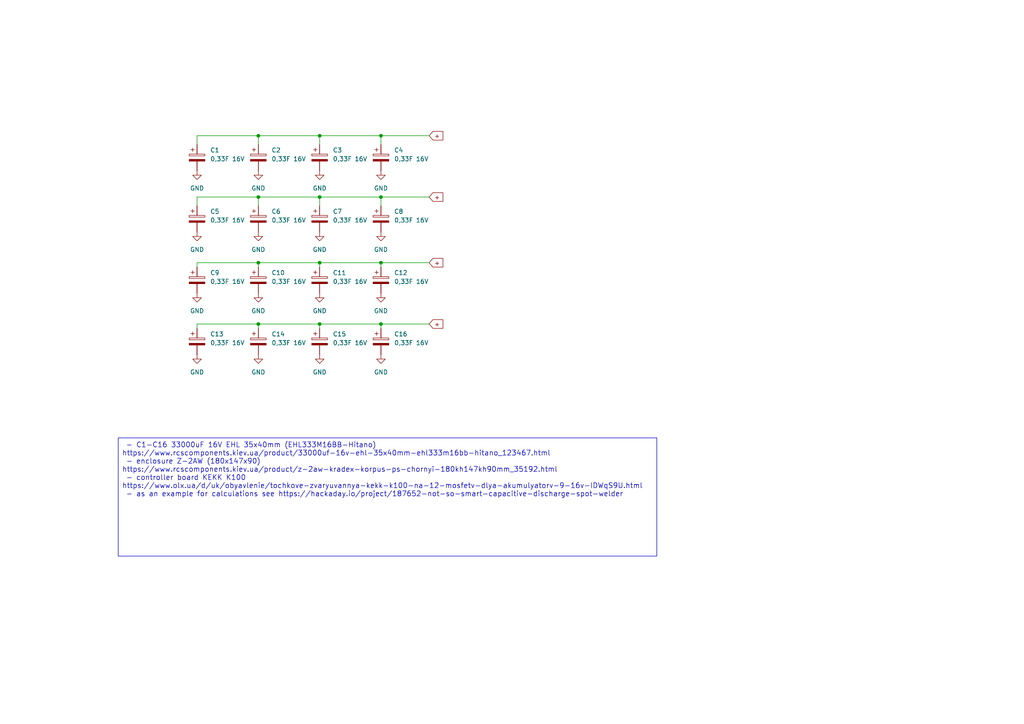
<source format=kicad_sch>
(kicad_sch (version 20230121) (generator eeschema)
  (paper "A4")
  (lib_symbols
    (symbol "Device:C_Polarized" (pin_numbers hide) (pin_names (offset 0.254))
      (property "Reference" "C" (at 0.635 2.54 0))
      (property "Value" "C_Polarized" (at 0.635 -2.54 0))
      (symbol "C_Polarized_0_1"
        (rectangle (start -2.286 0.508) (end 2.286 1.016))
        (polyline (pts (xy -1.778 2.286) (xy -0.762 2.286)))
        (polyline (pts (xy -1.27 2.794) (xy -1.27 1.778)))
        (rectangle (start 2.286 -0.508) (end -2.286 -1.016) (fill (type outline)))
      )
      (symbol "C_Polarized_1_1"
        (pin passive line (at 0 3.81 270) (length 2.794) (name "~") (number "1"))
        (pin passive line (at 0 -3.81 90) (length 2.794) (name "~") (number "2"))
      )
    )
    (symbol "power:GND" (power) (pin_names (offset 0))
      (property "Value" "GND" (at 0 -3.81 0))
      (symbol "GND_0_1"
        (polyline (pts (xy 0 0) (xy 0 -1.27) (xy 1.27 -1.27) (xy 0 -2.54) (xy -1.27 -1.27) (xy 0 -1.27)))
      )
      (symbol "GND_1_1"
        (pin power_in line (at 0 0 270) (length 0) hide (name "GND") (number "1"))
      )
    )
  )
  (junction (at 92.71 93.98))
  (junction (at 92.71 39.37))
  (junction (at 92.71 57.15))
  (junction (at 110.49 39.37))
  (junction (at 74.93 57.15))
  (junction (at 92.71 76.2))
  (junction (at 110.49 93.98))
  (junction (at 74.93 93.98))
  (junction (at 74.93 39.37))
  (junction (at 110.49 57.15))
  (junction (at 74.93 76.2))
  (junction (at 110.49 76.2))
  (wire (pts (xy 57.15 39.37) (xy 57.15 41.91)))
  (wire (pts (xy 74.93 39.37) (xy 74.93 41.91)))
  (wire (pts (xy 110.49 39.37) (xy 124.46 39.37)))
  (wire (pts (xy 92.71 57.15) (xy 110.49 57.15)))
  (wire (pts (xy 110.49 57.15) (xy 110.49 59.69)))
  (wire (pts (xy 92.71 39.37) (xy 92.71 41.91)))
  (wire (pts (xy 57.15 76.2) (xy 74.93 76.2)))
  (wire (pts (xy 110.49 76.2) (xy 124.46 76.2)))
  (wire (pts (xy 110.49 39.37) (xy 92.71 39.37)))
  (wire (pts (xy 92.71 76.2) (xy 92.71 77.47)))
  (wire (pts (xy 74.93 93.98) (xy 74.93 95.25)))
  (wire (pts (xy 74.93 39.37) (xy 57.15 39.37)))
  (wire (pts (xy 57.15 77.47) (xy 57.15 76.2)))
  (wire (pts (xy 92.71 93.98) (xy 92.71 95.25)))
  (wire (pts (xy 57.15 57.15) (xy 74.93 57.15)))
  (wire (pts (xy 110.49 57.15) (xy 124.46 57.15)))
  (wire (pts (xy 92.71 76.2) (xy 110.49 76.2)))
  (wire (pts (xy 74.93 93.98) (xy 92.71 93.98)))
  (wire (pts (xy 92.71 57.15) (xy 92.71 59.69)))
  (wire (pts (xy 92.71 93.98) (xy 110.49 93.98)))
  (wire (pts (xy 74.93 76.2) (xy 74.93 77.47)))
  (wire (pts (xy 57.15 93.98) (xy 74.93 93.98)))
  (wire (pts (xy 110.49 76.2) (xy 110.49 77.47)))
  (wire (pts (xy 92.71 39.37) (xy 74.93 39.37)))
  (wire (pts (xy 74.93 57.15) (xy 74.93 59.69)))
  (wire (pts (xy 110.49 93.98) (xy 110.49 95.25)))
  (wire (pts (xy 57.15 95.25) (xy 57.15 93.98)))
  (wire (pts (xy 57.15 59.69) (xy 57.15 57.15)))
  (wire (pts (xy 74.93 76.2) (xy 92.71 76.2)))
  (wire (pts (xy 110.49 93.98) (xy 124.46 93.98)))
  (wire (pts (xy 74.93 57.15) (xy 92.71 57.15)))
  (wire (pts (xy 110.49 41.91) (xy 110.49 39.37)))
  (text_box " - C1-C16 33000uF 16V EHL 35x40mm (EHL333M16BB-Hitano) https://www.rcscomponents.kiev.ua/product/33000uf-16v-ehl-35x40mm-ehl333m16bb-hitano_123467.html\n - enclosure Z-2AW (180х147х90) https://www.rcscomponents.kiev.ua/product/z-2aw-kradex-korpus-ps-chornyi-180kh147kh90mm_35192.html\n - controller board KEKK K100 https://www.olx.ua/d/uk/obyavlenie/tochkove-zvaryuvannya-kekk-k100-na-12-mosfetv-dlya-akumulyatorv-9-16v-IDWqS9U.html\n - as an example for calculations see https://hackaday.io/project/187652-not-so-smart-capacitive-discharge-spot-welder" (at 34.29 127 0) (size 156.21 34.29) (effects (font (size 1.47 1.47)) (justify left top)))
  (global_label "+" (shape input) (at 124.46 57.15 0) (property "Intersheetrefs" "${INTERSHEET_REFS}" (effects hide)))
  (global_label "+" (shape input) (at 124.46 93.98 0) (property "Intersheetrefs" "${INTERSHEET_REFS}" (effects hide)))
  (global_label "+" (shape input) (at 124.46 39.37 0) (property "Intersheetrefs" "${INTERSHEET_REFS}" (effects hide)))
  (global_label "+" (shape input) (at 124.46 76.2 0) (property "Intersheetrefs" "${INTERSHEET_REFS}" (effects hide)))
  (symbol (lib_id "Device:C_Polarized") (at 74.93 81.28 0) (unit 1)
    (property "Reference" "C10" (at 78.74 79.121 0) (effects (justify left)))
    (property "Value" "0,33F 16V" (at 78.74 81.661 0) (effects (justify left)))
    (property "Footprint" "Capacitor_THT:CP_Radial_D35.0mm_P10.00mm_SnapIn" (effects hide))
  )
  (symbol (lib_id "power:GND") (at 110.49 85.09 0) (unit 1)
    (property "Reference" "#PWR012" (effects hide))
    (property "Value" "GND" (at 110.49 90.17 0))
  )
  (symbol (lib_id "Device:C_Polarized") (at 92.71 45.72 0) (unit 1)
    (property "Reference" "C3" (at 96.52 43.561 0) (effects (justify left)))
    (property "Value" "0,33F 16V" (at 96.52 46.101 0) (effects (justify left)))
    (property "Footprint" "Capacitor_THT:CP_Radial_D35.0mm_P10.00mm_SnapIn" (effects hide))
  )
  (symbol (lib_id "power:GND") (at 57.15 67.31 0) (unit 1)
    (property "Reference" "#PWR05" (effects hide))
    (property "Value" "GND" (at 57.15 72.39 0))
  )
  (symbol (lib_id "power:GND") (at 92.71 102.87 0) (unit 1)
    (property "Reference" "#PWR015" (effects hide))
    (property "Value" "GND" (at 92.71 107.95 0))
  )
  (symbol (lib_id "Device:C_Polarized") (at 110.49 81.28 0) (unit 1)
    (property "Reference" "C12" (at 114.3 79.121 0) (effects (justify left)))
    (property "Value" "0,33F 16V" (at 114.3 81.661 0) (effects (justify left)))
    (property "Footprint" "Capacitor_THT:CP_Radial_D35.0mm_P10.00mm_SnapIn" (effects hide))
  )
  (symbol (lib_id "power:GND") (at 57.15 49.53 0) (unit 1)
    (property "Reference" "#PWR01" (effects hide))
    (property "Value" "GND" (at 57.15 54.61 0))
  )
  (symbol (lib_id "Device:C_Polarized") (at 57.15 81.28 0) (unit 1)
    (property "Reference" "C9" (at 60.96 79.121 0) (effects (justify left)))
    (property "Value" "0,33F 16V" (at 60.96 81.661 0) (effects (justify left)))
    (property "Footprint" "Capacitor_THT:CP_Radial_D35.0mm_P10.00mm_SnapIn" (effects hide))
  )
  (symbol (lib_id "power:GND") (at 92.71 85.09 0) (unit 1)
    (property "Reference" "#PWR011" (effects hide))
    (property "Value" "GND" (at 92.71 90.17 0))
  )
  (symbol (lib_id "Device:C_Polarized") (at 57.15 99.06 0) (unit 1)
    (property "Reference" "C13" (at 60.96 96.901 0) (effects (justify left)))
    (property "Value" "0,33F 16V" (at 60.96 99.441 0) (effects (justify left)))
    (property "Footprint" "Capacitor_THT:CP_Radial_D35.0mm_P10.00mm_SnapIn" (effects hide))
  )
  (symbol (lib_id "Device:C_Polarized") (at 110.49 45.72 0) (unit 1)
    (property "Reference" "C4" (at 114.3 43.561 0) (effects (justify left)))
    (property "Value" "0,33F 16V" (at 114.3 46.101 0) (effects (justify left)))
    (property "Footprint" "Capacitor_THT:CP_Radial_D35.0mm_P10.00mm_SnapIn" (effects hide))
  )
  (symbol (lib_id "power:GND") (at 57.15 85.09 0) (unit 1)
    (property "Reference" "#PWR09" (effects hide))
    (property "Value" "GND" (at 57.15 90.17 0))
  )
  (symbol (lib_id "Device:C_Polarized") (at 57.15 63.5 0) (unit 1)
    (property "Reference" "C5" (at 60.96 61.341 0) (effects (justify left)))
    (property "Value" "0,33F 16V" (at 60.96 63.881 0) (effects (justify left)))
    (property "Footprint" "Capacitor_THT:CP_Radial_D35.0mm_P10.00mm_SnapIn" (effects hide))
  )
  (symbol (lib_id "Device:C_Polarized") (at 57.15 45.72 0) (unit 1)
    (property "Reference" "C1" (at 60.96 43.561 0) (effects (justify left)))
    (property "Value" "0,33F 16V" (at 60.96 46.101 0) (effects (justify left)))
    (property "Footprint" "Capacitor_THT:CP_Radial_D35.0mm_P10.00mm_SnapIn" (effects hide))
  )
  (symbol (lib_id "Device:C_Polarized") (at 92.71 81.28 0) (unit 1)
    (property "Reference" "C11" (at 96.52 79.121 0) (effects (justify left)))
    (property "Value" "0,33F 16V" (at 96.52 81.661 0) (effects (justify left)))
    (property "Footprint" "Capacitor_THT:CP_Radial_D35.0mm_P10.00mm_SnapIn" (effects hide))
  )
  (symbol (lib_id "Device:C_Polarized") (at 92.71 99.06 0) (unit 1)
    (property "Reference" "C15" (at 96.52 96.901 0) (effects (justify left)))
    (property "Value" "0,33F 16V" (at 96.52 99.441 0) (effects (justify left)))
    (property "Footprint" "Capacitor_THT:CP_Radial_D35.0mm_P10.00mm_SnapIn" (effects hide))
  )
  (symbol (lib_id "power:GND") (at 74.93 85.09 0) (unit 1)
    (property "Reference" "#PWR010" (effects hide))
    (property "Value" "GND" (at 74.93 90.17 0))
  )
  (symbol (lib_id "power:GND") (at 74.93 67.31 0) (unit 1)
    (property "Reference" "#PWR06" (effects hide))
    (property "Value" "GND" (at 74.93 72.39 0))
  )
  (symbol (lib_id "Device:C_Polarized") (at 74.93 45.72 0) (unit 1)
    (property "Reference" "C2" (at 78.74 43.561 0) (effects (justify left)))
    (property "Value" "0,33F 16V" (at 78.74 46.101 0) (effects (justify left)))
    (property "Footprint" "Capacitor_THT:CP_Radial_D35.0mm_P10.00mm_SnapIn" (effects hide))
  )
  (symbol (lib_id "power:GND") (at 57.15 102.87 0) (unit 1)
    (property "Reference" "#PWR013" (effects hide))
    (property "Value" "GND" (at 57.15 107.95 0))
  )
  (symbol (lib_id "Device:C_Polarized") (at 110.49 99.06 0) (unit 1)
    (property "Reference" "C16" (at 114.3 96.901 0) (effects (justify left)))
    (property "Value" "0,33F 16V" (at 114.3 99.441 0) (effects (justify left)))
    (property "Footprint" "Capacitor_THT:CP_Radial_D35.0mm_P10.00mm_SnapIn" (effects hide))
  )
  (symbol (lib_id "Device:C_Polarized") (at 74.93 63.5 0) (unit 1)
    (property "Reference" "C6" (at 78.74 61.341 0) (effects (justify left)))
    (property "Value" "0,33F 16V" (at 78.74 63.881 0) (effects (justify left)))
    (property "Footprint" "Capacitor_THT:CP_Radial_D35.0mm_P10.00mm_SnapIn" (effects hide))
  )
  (symbol (lib_id "power:GND") (at 74.93 49.53 0) (unit 1)
    (property "Reference" "#PWR02" (effects hide))
    (property "Value" "GND" (at 74.93 54.61 0))
  )
  (symbol (lib_id "power:GND") (at 110.49 102.87 0) (unit 1)
    (property "Reference" "#PWR016" (effects hide))
    (property "Value" "GND" (at 110.49 107.95 0))
  )
  (symbol (lib_id "power:GND") (at 110.49 67.31 0) (unit 1)
    (property "Reference" "#PWR08" (effects hide))
    (property "Value" "GND" (at 110.49 72.39 0))
  )
  (symbol (lib_id "Device:C_Polarized") (at 74.93 99.06 0) (unit 1)
    (property "Reference" "C14" (at 78.74 96.901 0) (effects (justify left)))
    (property "Value" "0,33F 16V" (at 78.74 99.441 0) (effects (justify left)))
    (property "Footprint" "Capacitor_THT:CP_Radial_D35.0mm_P10.00mm_SnapIn" (effects hide))
  )
  (symbol (lib_id "power:GND") (at 92.71 49.53 0) (unit 1)
    (property "Reference" "#PWR03" (effects hide))
    (property "Value" "GND" (at 92.71 54.61 0))
  )
  (symbol (lib_id "power:GND") (at 92.71 67.31 0) (unit 1)
    (property "Reference" "#PWR07" (effects hide))
    (property "Value" "GND" (at 92.71 72.39 0))
  )
  (symbol (lib_id "power:GND") (at 110.49 49.53 0) (unit 1)
    (property "Reference" "#PWR04" (effects hide))
    (property "Value" "GND" (at 110.49 54.61 0))
  )
  (symbol (lib_id "Device:C_Polarized") (at 110.49 63.5 0) (unit 1)
    (property "Reference" "C8" (at 114.3 61.341 0) (effects (justify left)))
    (property "Value" "0,33F 16V" (at 114.3 63.881 0) (effects (justify left)))
    (property "Footprint" "Capacitor_THT:CP_Radial_D35.0mm_P10.00mm_SnapIn" (effects hide))
  )
  (symbol (lib_id "Device:C_Polarized") (at 92.71 63.5 0) (unit 1)
    (property "Reference" "C7" (at 96.52 61.341 0) (effects (justify left)))
    (property "Value" "0,33F 16V" (at 96.52 63.881 0) (effects (justify left)))
    (property "Footprint" "Capacitor_THT:CP_Radial_D35.0mm_P10.00mm_SnapIn" (effects hide))
  )
  (symbol (lib_id "power:GND") (at 74.93 102.87 0) (unit 1)
    (property "Reference" "#PWR014" (effects hide))
    (property "Value" "GND" (at 74.93 107.95 0))
  )
)
</source>
